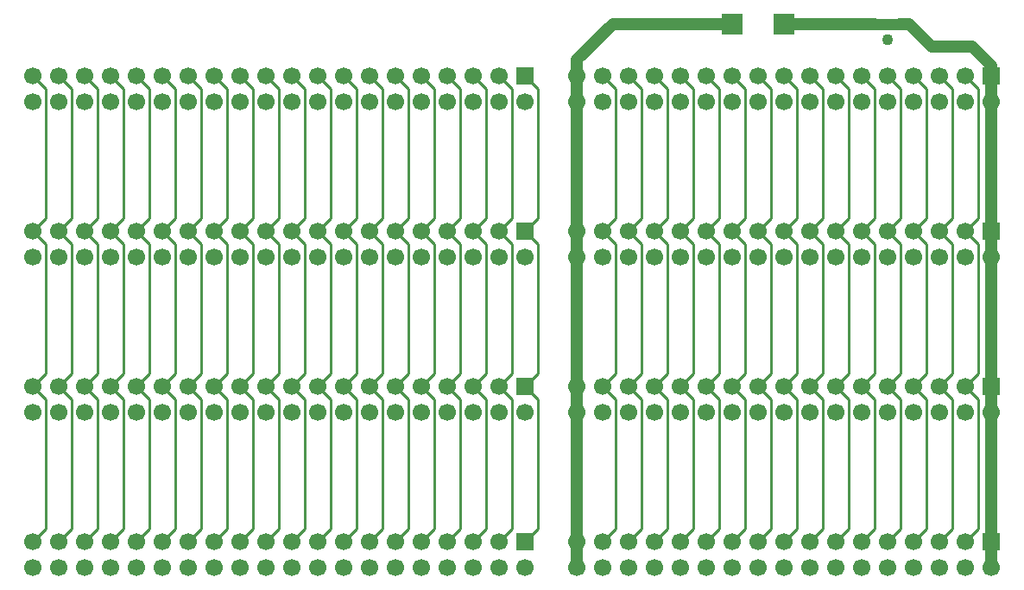
<source format=gbr>
G04 DipTrace 4.3.0.5*
G04 2 - Bottom.gbr*
%MOMM*%
G04 #@! TF.FileFunction,Copper,L2,Bot*
G04 #@! TF.Part,Single*
G04 #@! TA.AperFunction,Conductor*
%ADD10C,0.25*%
%ADD16C,1.2*%
%ADD17C,1.1*%
G04 #@! TA.AperFunction,ComponentPad*
%ADD18R,1.7X1.7*%
%ADD19C,1.7*%
%ADD20R,2.0X2.0*%
%ADD21R,1.1X1.1*%
%ADD22C,1.1*%
%FSLAX35Y35*%
G04*
G71*
G90*
G75*
G01*
G04 Bottom*
%LPD*%
X2159000Y508000D2*
D16*
X984250D1*
X635000Y158750D1*
Y0D1*
Y-254000D1*
Y-1524000D1*
Y-1778000D1*
Y-3048000D1*
Y-3302000D1*
Y-4572000D1*
Y-4826000D1*
X2667000Y508000D2*
X3547747D1*
X3552123Y503623D1*
D17*
X3683000D1*
X3798000D1*
D16*
X3893750D1*
X4111623Y285750D1*
X4508500D1*
X4699000Y95250D1*
Y0D1*
Y-254000D1*
Y-1524000D1*
Y-1778000D1*
Y-3048000D1*
Y-3302000D1*
Y-4572000D1*
Y-4826000D1*
X889000Y0D2*
D10*
X1016000Y-127000D1*
Y-1397000D1*
X889000Y-1524000D1*
X1016000Y-1651000D1*
Y-2921000D1*
X889000Y-3048000D1*
X1016000Y-3175000D1*
Y-4445000D1*
X889000Y-4572000D1*
X1143000Y0D2*
X1270000Y-127000D1*
Y-1397000D1*
X1143000Y-1524000D1*
X1270000Y-1651000D1*
Y-2921000D1*
X1143000Y-3048000D1*
X1270000Y-3175000D1*
Y-4445000D1*
X1143000Y-4572000D1*
X1397000Y0D2*
X1524000Y-127000D1*
Y-1397000D1*
X1397000Y-1524000D1*
X1524000Y-1651000D1*
Y-2921000D1*
X1397000Y-3048000D1*
X1524000Y-3175000D1*
Y-4445000D1*
X1397000Y-4572000D1*
X1651000Y0D2*
X1778000Y-127000D1*
Y-1397000D1*
X1651000Y-1524000D1*
X1778000Y-1651000D1*
Y-2921000D1*
X1651000Y-3048000D1*
X1778000Y-3175000D1*
Y-4445000D1*
X1651000Y-4572000D1*
X1905000Y0D2*
X2032000Y-127000D1*
Y-1397000D1*
X1905000Y-1524000D1*
X2032000Y-1651000D1*
Y-2921000D1*
X1905000Y-3048000D1*
X2032000Y-3175000D1*
Y-4445000D1*
X1905000Y-4572000D1*
X2159000Y0D2*
X2286000Y-127000D1*
Y-1397000D1*
X2159000Y-1524000D1*
X2286000Y-1651000D1*
Y-2921000D1*
X2159000Y-3048000D1*
X2286000Y-3175000D1*
Y-4445000D1*
X2159000Y-4572000D1*
X2413000Y0D2*
X2540000Y-127000D1*
Y-1397000D1*
X2413000Y-1524000D1*
X2540000Y-1651000D1*
Y-2921000D1*
X2413000Y-3048000D1*
X2540000Y-3175000D1*
Y-4445000D1*
X2413000Y-4572000D1*
X2667000Y0D2*
X2794000Y-127000D1*
Y-1397000D1*
X2667000Y-1524000D1*
X2794000Y-1651000D1*
Y-2921000D1*
X2667000Y-3048000D1*
X2794000Y-3175000D1*
Y-4445000D1*
X2667000Y-4572000D1*
X2921000Y0D2*
X3048000Y-127000D1*
Y-1397000D1*
X2921000Y-1524000D1*
X3048000Y-1651000D1*
Y-2921000D1*
X2921000Y-3048000D1*
X3048000Y-3175000D1*
Y-4445000D1*
X2921000Y-4572000D1*
X3175000Y0D2*
X3302000Y-127000D1*
Y-1397000D1*
X3175000Y-1524000D1*
X3302000Y-1651000D1*
Y-2921000D1*
X3175000Y-3048000D1*
X3302000Y-3175000D1*
Y-4445000D1*
X3175000Y-4572000D1*
X3429000Y0D2*
X3556000Y-127000D1*
Y-1397000D1*
X3429000Y-1524000D1*
X3556000Y-1651000D1*
Y-2921000D1*
X3429000Y-3048000D1*
X3556000Y-3175000D1*
Y-4445000D1*
X3429000Y-4572000D1*
X3683000Y0D2*
X3810000Y-127000D1*
Y-1397000D1*
X3683000Y-1524000D1*
X3810000Y-1651000D1*
Y-2921000D1*
X3683000Y-3048000D1*
X3810000Y-3175000D1*
Y-4445000D1*
X3683000Y-4572000D1*
X3937000Y0D2*
X4064000Y-127000D1*
Y-1397000D1*
X3937000Y-1524000D1*
X4064000Y-1651000D1*
Y-2921000D1*
X3937000Y-3048000D1*
X4064000Y-3175000D1*
Y-4445000D1*
X3937000Y-4572000D1*
X4191000Y0D2*
X4318000Y-127000D1*
Y-1397000D1*
X4191000Y-1524000D1*
X4318000Y-1651000D1*
Y-2921000D1*
X4191000Y-3048000D1*
X4318000Y-3175000D1*
Y-4445000D1*
X4191000Y-4572000D1*
X4445000Y0D2*
X4572000Y-127000D1*
Y-1397000D1*
X4445000Y-1524000D1*
X4572000Y-1651000D1*
Y-2921000D1*
X4445000Y-3048000D1*
X4572000Y-3175000D1*
Y-4445000D1*
X4445000Y-4572000D1*
X-4699000Y0D2*
X-4572000Y-127000D1*
Y-1397000D1*
X-4699000Y-1524000D1*
X-4572000Y-1651000D1*
Y-2921000D1*
X-4699000Y-3048000D1*
X-4572000Y-3175000D1*
Y-4445000D1*
X-4699000Y-4572000D1*
X-4445000Y0D2*
X-4318000Y-127000D1*
Y-1397000D1*
X-4445000Y-1524000D1*
X-4318000Y-1651000D1*
Y-2921000D1*
X-4445000Y-3048000D1*
X-4318000Y-3175000D1*
Y-4445000D1*
X-4445000Y-4572000D1*
X-4191000Y0D2*
X-4064000Y-127000D1*
Y-1397000D1*
X-4191000Y-1524000D1*
X-4064000Y-1651000D1*
Y-2921000D1*
X-4191000Y-3048000D1*
X-4064000Y-3175000D1*
Y-4445000D1*
X-4191000Y-4572000D1*
X-3937000Y0D2*
X-3810000Y-127000D1*
Y-1397000D1*
X-3937000Y-1524000D1*
X-3810000Y-1651000D1*
Y-2921000D1*
X-3937000Y-3048000D1*
X-3810000Y-3175000D1*
Y-4445000D1*
X-3937000Y-4572000D1*
X-3683000Y0D2*
X-3556000Y-127000D1*
Y-1397000D1*
X-3683000Y-1524000D1*
X-3556000Y-1651000D1*
Y-2921000D1*
X-3683000Y-3048000D1*
X-3556000Y-3175000D1*
Y-4445000D1*
X-3683000Y-4572000D1*
X-3429000Y0D2*
X-3302000Y-127000D1*
Y-1397000D1*
X-3429000Y-1524000D1*
X-3302000Y-1651000D1*
Y-2921000D1*
X-3429000Y-3048000D1*
X-3302000Y-3175000D1*
Y-4445000D1*
X-3429000Y-4572000D1*
X-3175000Y0D2*
X-3048000Y-127000D1*
Y-1397000D1*
X-3175000Y-1524000D1*
X-3048000Y-1651000D1*
Y-2921000D1*
X-3175000Y-3048000D1*
X-3048000Y-3175000D1*
Y-4445000D1*
X-3175000Y-4572000D1*
X-2921000Y0D2*
X-2794000Y-127000D1*
Y-1397000D1*
X-2921000Y-1524000D1*
X-2794000Y-1651000D1*
Y-2921000D1*
X-2921000Y-3048000D1*
X-2794000Y-3175000D1*
Y-4445000D1*
X-2921000Y-4572000D1*
X-2667000Y0D2*
X-2540000Y-127000D1*
Y-1397000D1*
X-2667000Y-1524000D1*
X-2540000Y-1651000D1*
Y-2921000D1*
X-2667000Y-3048000D1*
X-2540000Y-3175000D1*
Y-4445000D1*
X-2667000Y-4572000D1*
X-2413000Y0D2*
X-2286000Y-127000D1*
Y-1397000D1*
X-2413000Y-1524000D1*
X-2286000Y-1651000D1*
Y-2921000D1*
X-2413000Y-3048000D1*
X-2286000Y-3175000D1*
Y-4445000D1*
X-2413000Y-4572000D1*
X-2159000Y0D2*
X-2032000Y-127000D1*
Y-1397000D1*
X-2159000Y-1524000D1*
X-2032000Y-1651000D1*
Y-2921000D1*
X-2159000Y-3048000D1*
X-2032000Y-3175000D1*
Y-4445000D1*
X-2159000Y-4572000D1*
X-1905000Y0D2*
X-1778000Y-127000D1*
Y-1397000D1*
X-1905000Y-1524000D1*
X-1778000Y-1651000D1*
Y-2921000D1*
X-1905000Y-3048000D1*
X-1778000Y-3175000D1*
Y-4445000D1*
X-1905000Y-4572000D1*
X-1651000Y0D2*
X-1524000Y-127000D1*
Y-1397000D1*
X-1651000Y-1524000D1*
X-1524000Y-1651000D1*
Y-2921000D1*
X-1651000Y-3048000D1*
X-1524000Y-3175000D1*
Y-4445000D1*
X-1651000Y-4572000D1*
X-1397000Y0D2*
X-1270000Y-127000D1*
Y-1397000D1*
X-1397000Y-1524000D1*
X-1270000Y-1651000D1*
Y-2921000D1*
X-1397000Y-3048000D1*
X-1270000Y-3175000D1*
Y-4445000D1*
X-1397000Y-4572000D1*
X-1143000Y0D2*
X-1016000Y-127000D1*
Y-1397000D1*
X-1143000Y-1524000D1*
X-1016000Y-1651000D1*
Y-2921000D1*
X-1143000Y-3048000D1*
X-1016000Y-3175000D1*
Y-4445000D1*
X-1143000Y-4572000D1*
X-889000Y0D2*
X-762000Y-127000D1*
Y-1397000D1*
X-889000Y-1524000D1*
X-762000Y-1651000D1*
Y-2921000D1*
X-889000Y-3048000D1*
X-762000Y-3175000D1*
Y-4445000D1*
X-889000Y-4572000D1*
X-635000Y0D2*
X-508000Y-127000D1*
Y-1397000D1*
X-635000Y-1524000D1*
X-508000Y-1651000D1*
Y-2921000D1*
X-635000Y-3048000D1*
X-508000Y-3175000D1*
Y-4445000D1*
X-635000Y-4572000D1*
X-381000Y0D2*
X-254000Y-127000D1*
Y-1397000D1*
X-381000Y-1524000D1*
X-254000Y-1651000D1*
Y-2921000D1*
X-381000Y-3048000D1*
X-254000Y-3175000D1*
Y-4445000D1*
X-381000Y-4572000D1*
X-127000Y0D2*
X0Y-127000D1*
Y-1397000D1*
X-127000Y-1524000D1*
X0Y-1651000D1*
Y-2921000D1*
X-127000Y-3048000D1*
X0Y-3175000D1*
Y-4445000D1*
X-127000Y-4572000D1*
X127000Y0D2*
X254000Y-127000D1*
Y-1397000D1*
X127000Y-1524000D1*
X254000Y-1651000D1*
Y-2921000D1*
X127000Y-3048000D1*
X254000Y-3175000D1*
Y-4445000D1*
X127000Y-4572000D1*
D18*
Y0D3*
D19*
Y-254000D3*
X-127000Y0D3*
Y-254000D3*
X-381000Y0D3*
Y-254000D3*
X-635000Y0D3*
Y-254000D3*
X-889000Y0D3*
Y-254000D3*
X-1143000Y0D3*
Y-254000D3*
X-1397000Y0D3*
Y-254000D3*
X-1651000Y0D3*
Y-254000D3*
X-1905000Y0D3*
Y-254000D3*
X-2159000Y0D3*
Y-254000D3*
X-2413000Y0D3*
Y-254000D3*
X-2667000Y0D3*
Y-254000D3*
X-2921000Y0D3*
Y-254000D3*
X-3175000Y0D3*
Y-254000D3*
X-3429000Y0D3*
Y-254000D3*
X-3683000Y0D3*
Y-254000D3*
X-3937000Y0D3*
Y-254000D3*
X-4191000Y0D3*
Y-254000D3*
X-4445000Y0D3*
Y-254000D3*
X-4699000Y0D3*
Y-254000D3*
D18*
X127000Y-1524000D3*
D19*
Y-1778000D3*
X-127000Y-1524000D3*
Y-1778000D3*
X-381000Y-1524000D3*
Y-1778000D3*
X-635000Y-1524000D3*
Y-1778000D3*
X-889000Y-1524000D3*
Y-1778000D3*
X-1143000Y-1524000D3*
Y-1778000D3*
X-1397000Y-1524000D3*
Y-1778000D3*
X-1651000Y-1524000D3*
Y-1778000D3*
X-1905000Y-1524000D3*
Y-1778000D3*
X-2159000Y-1524000D3*
Y-1778000D3*
X-2413000Y-1524000D3*
Y-1778000D3*
X-2667000Y-1524000D3*
Y-1778000D3*
X-2921000Y-1524000D3*
Y-1778000D3*
X-3175000Y-1524000D3*
Y-1778000D3*
X-3429000Y-1524000D3*
Y-1778000D3*
X-3683000Y-1524000D3*
Y-1778000D3*
X-3937000Y-1524000D3*
Y-1778000D3*
X-4191000Y-1524000D3*
Y-1778000D3*
X-4445000Y-1524000D3*
Y-1778000D3*
X-4699000Y-1524000D3*
Y-1778000D3*
D18*
X4699000Y-1524000D3*
D19*
Y-1778000D3*
X4445000Y-1524000D3*
Y-1778000D3*
X4191000Y-1524000D3*
Y-1778000D3*
X3937000Y-1524000D3*
Y-1778000D3*
X3683000Y-1524000D3*
Y-1778000D3*
X3429000Y-1524000D3*
Y-1778000D3*
X3175000Y-1524000D3*
Y-1778000D3*
X2921000Y-1524000D3*
Y-1778000D3*
X2667000Y-1524000D3*
Y-1778000D3*
X2413000Y-1524000D3*
Y-1778000D3*
X2159000Y-1524000D3*
Y-1778000D3*
X1905000Y-1524000D3*
Y-1778000D3*
X1651000Y-1524000D3*
Y-1778000D3*
X1397000Y-1524000D3*
Y-1778000D3*
X1143000Y-1524000D3*
Y-1778000D3*
X889000Y-1524000D3*
Y-1778000D3*
X635000Y-1524000D3*
Y-1778000D3*
D18*
X4699000Y0D3*
D19*
Y-254000D3*
X4445000Y0D3*
Y-254000D3*
X4191000Y0D3*
Y-254000D3*
X3937000Y0D3*
Y-254000D3*
X3683000Y0D3*
Y-254000D3*
X3429000Y0D3*
Y-254000D3*
X3175000Y0D3*
Y-254000D3*
X2921000Y0D3*
Y-254000D3*
X2667000Y0D3*
Y-254000D3*
X2413000Y0D3*
Y-254000D3*
X2159000Y0D3*
Y-254000D3*
X1905000Y0D3*
Y-254000D3*
X1651000Y0D3*
Y-254000D3*
X1397000Y0D3*
Y-254000D3*
X1143000Y0D3*
Y-254000D3*
X889000Y0D3*
Y-254000D3*
X635000Y0D3*
Y-254000D3*
D18*
X127000Y-3048000D3*
D19*
Y-3302000D3*
X-127000Y-3048000D3*
Y-3302000D3*
X-381000Y-3048000D3*
Y-3302000D3*
X-635000Y-3048000D3*
Y-3302000D3*
X-889000Y-3048000D3*
Y-3302000D3*
X-1143000Y-3048000D3*
Y-3302000D3*
X-1397000Y-3048000D3*
Y-3302000D3*
X-1651000Y-3048000D3*
Y-3302000D3*
X-1905000Y-3048000D3*
Y-3302000D3*
X-2159000Y-3048000D3*
Y-3302000D3*
X-2413000Y-3048000D3*
Y-3302000D3*
X-2667000Y-3048000D3*
Y-3302000D3*
X-2921000Y-3048000D3*
Y-3302000D3*
X-3175000Y-3048000D3*
Y-3302000D3*
X-3429000Y-3048000D3*
Y-3302000D3*
X-3683000Y-3048000D3*
Y-3302000D3*
X-3937000Y-3048000D3*
Y-3302000D3*
X-4191000Y-3048000D3*
Y-3302000D3*
X-4445000Y-3048000D3*
Y-3302000D3*
X-4699000Y-3048000D3*
Y-3302000D3*
D18*
X4699000Y-3048000D3*
D19*
Y-3302000D3*
X4445000Y-3048000D3*
Y-3302000D3*
X4191000Y-3048000D3*
Y-3302000D3*
X3937000Y-3048000D3*
Y-3302000D3*
X3683000Y-3048000D3*
Y-3302000D3*
X3429000Y-3048000D3*
Y-3302000D3*
X3175000Y-3048000D3*
Y-3302000D3*
X2921000Y-3048000D3*
Y-3302000D3*
X2667000Y-3048000D3*
Y-3302000D3*
X2413000Y-3048000D3*
Y-3302000D3*
X2159000Y-3048000D3*
Y-3302000D3*
X1905000Y-3048000D3*
Y-3302000D3*
X1651000Y-3048000D3*
Y-3302000D3*
X1397000Y-3048000D3*
Y-3302000D3*
X1143000Y-3048000D3*
Y-3302000D3*
X889000Y-3048000D3*
Y-3302000D3*
X635000Y-3048000D3*
Y-3302000D3*
D18*
X127000Y-4572000D3*
D19*
Y-4826000D3*
X-127000Y-4572000D3*
Y-4826000D3*
X-381000Y-4572000D3*
Y-4826000D3*
X-635000Y-4572000D3*
Y-4826000D3*
X-889000Y-4572000D3*
Y-4826000D3*
X-1143000Y-4572000D3*
Y-4826000D3*
X-1397000Y-4572000D3*
Y-4826000D3*
X-1651000Y-4572000D3*
Y-4826000D3*
X-1905000Y-4572000D3*
Y-4826000D3*
X-2159000Y-4572000D3*
Y-4826000D3*
X-2413000Y-4572000D3*
Y-4826000D3*
X-2667000Y-4572000D3*
Y-4826000D3*
X-2921000Y-4572000D3*
Y-4826000D3*
X-3175000Y-4572000D3*
Y-4826000D3*
X-3429000Y-4572000D3*
Y-4826000D3*
X-3683000Y-4572000D3*
Y-4826000D3*
X-3937000Y-4572000D3*
Y-4826000D3*
X-4191000Y-4572000D3*
Y-4826000D3*
X-4445000Y-4572000D3*
Y-4826000D3*
X-4699000Y-4572000D3*
Y-4826000D3*
D18*
X4699000Y-4572000D3*
D19*
Y-4826000D3*
X4445000Y-4572000D3*
Y-4826000D3*
X4191000Y-4572000D3*
Y-4826000D3*
X3937000Y-4572000D3*
Y-4826000D3*
X3683000Y-4572000D3*
Y-4826000D3*
X3429000Y-4572000D3*
Y-4826000D3*
X3175000Y-4572000D3*
Y-4826000D3*
X2921000Y-4572000D3*
Y-4826000D3*
X2667000Y-4572000D3*
Y-4826000D3*
X2413000Y-4572000D3*
Y-4826000D3*
X2159000Y-4572000D3*
Y-4826000D3*
X1905000Y-4572000D3*
Y-4826000D3*
X1651000Y-4572000D3*
Y-4826000D3*
X1397000Y-4572000D3*
Y-4826000D3*
X1143000Y-4572000D3*
Y-4826000D3*
X889000Y-4572000D3*
Y-4826000D3*
X635000Y-4572000D3*
Y-4826000D3*
D20*
X2159000Y508000D3*
X2667000D3*
D21*
X3683000Y503623D3*
D22*
Y353623D3*
M02*

</source>
